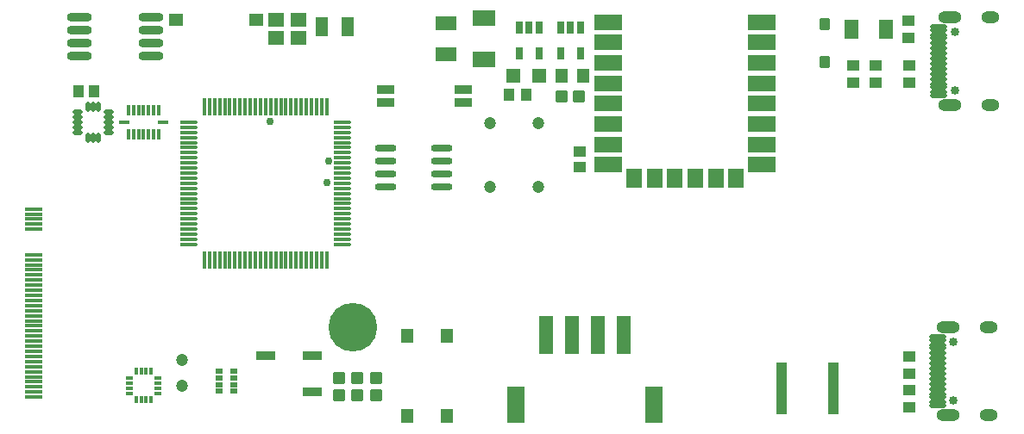
<source format=gts>
G04*
G04 #@! TF.GenerationSoftware,Altium Limited,Altium Designer,20.0.13 (296)*
G04*
G04 Layer_Color=8388736*
%FSLAX25Y25*%
%MOIN*%
G70*
G01*
G75*
%ADD60C,0.04737*%
G04:AMPARAMS|DCode=61|XSize=48mil|YSize=48mil|CornerRadius=6mil|HoleSize=0mil|Usage=FLASHONLY|Rotation=270.000|XOffset=0mil|YOffset=0mil|HoleType=Round|Shape=RoundedRectangle|*
%AMROUNDEDRECTD61*
21,1,0.04800,0.03600,0,0,270.0*
21,1,0.03600,0.04800,0,0,270.0*
1,1,0.01200,-0.01800,-0.01800*
1,1,0.01200,-0.01800,0.01800*
1,1,0.01200,0.01800,0.01800*
1,1,0.01200,0.01800,-0.01800*
%
%ADD61ROUNDEDRECTD61*%
G04:AMPARAMS|DCode=62|XSize=48.5mil|YSize=48mil|CornerRadius=6mil|HoleSize=0mil|Usage=FLASHONLY|Rotation=270.000|XOffset=0mil|YOffset=0mil|HoleType=Round|Shape=RoundedRectangle|*
%AMROUNDEDRECTD62*
21,1,0.04850,0.03600,0,0,270.0*
21,1,0.03650,0.04800,0,0,270.0*
1,1,0.01200,-0.01800,-0.01825*
1,1,0.01200,-0.01800,0.01825*
1,1,0.01200,0.01800,0.01825*
1,1,0.01200,0.01800,-0.01825*
%
%ADD62ROUNDEDRECTD62*%
%ADD63R,0.04337X0.20085*%
%ADD64R,0.05800X0.07300*%
%ADD65R,0.10642X0.06312*%
%ADD66R,0.06312X0.07493*%
%ADD67R,0.04800X0.05800*%
%ADD68R,0.04658X0.04461*%
G04:AMPARAMS|DCode=69|XSize=48mil|YSize=48mil|CornerRadius=6mil|HoleSize=0mil|Usage=FLASHONLY|Rotation=0.000|XOffset=0mil|YOffset=0mil|HoleType=Round|Shape=RoundedRectangle|*
%AMROUNDEDRECTD69*
21,1,0.04800,0.03600,0,0,0.0*
21,1,0.03600,0.04800,0,0,0.0*
1,1,0.01200,0.01800,-0.01800*
1,1,0.01200,-0.01800,-0.01800*
1,1,0.01200,-0.01800,0.01800*
1,1,0.01200,0.01800,0.01800*
%
%ADD69ROUNDEDRECTD69*%
G04:AMPARAMS|DCode=70|XSize=48.5mil|YSize=48mil|CornerRadius=6mil|HoleSize=0mil|Usage=FLASHONLY|Rotation=0.000|XOffset=0mil|YOffset=0mil|HoleType=Round|Shape=RoundedRectangle|*
%AMROUNDEDRECTD70*
21,1,0.04850,0.03600,0,0,0.0*
21,1,0.03650,0.04800,0,0,0.0*
1,1,0.01200,0.01825,-0.01800*
1,1,0.01200,-0.01825,-0.01800*
1,1,0.01200,-0.01825,0.01800*
1,1,0.01200,0.01825,0.01800*
%
%ADD70ROUNDEDRECTD70*%
%ADD71R,0.04343X0.04737*%
%ADD72R,0.05800X0.05800*%
%ADD73R,0.09147X0.06312*%
%ADD74R,0.06800X0.03800*%
%ADD75R,0.04934X0.07493*%
%ADD76R,0.06312X0.05524*%
%ADD77R,0.04461X0.04658*%
%ADD78O,0.03950X0.01902*%
%ADD79O,0.01902X0.03950*%
%ADD80R,0.03950X0.01784*%
%ADD81R,0.01784X0.03950*%
%ADD82R,0.07093X0.01739*%
%ADD83R,0.03162X0.05131*%
%ADD84R,0.04737X0.04343*%
G04:AMPARAMS|DCode=85|XSize=39.5mil|YSize=47.37mil|CornerRadius=7.94mil|HoleSize=0mil|Usage=FLASHONLY|Rotation=0.000|XOffset=0mil|YOffset=0mil|HoleType=Round|Shape=RoundedRectangle|*
%AMROUNDEDRECTD85*
21,1,0.03950,0.03150,0,0,0.0*
21,1,0.02362,0.04737,0,0,0.0*
1,1,0.01587,0.01181,-0.01575*
1,1,0.01587,-0.01181,-0.01575*
1,1,0.01587,-0.01181,0.01575*
1,1,0.01587,0.01181,0.01575*
%
%ADD85ROUNDEDRECTD85*%
G04:AMPARAMS|DCode=86|XSize=67.06mil|YSize=19.81mil|CornerRadius=6.95mil|HoleSize=0mil|Usage=FLASHONLY|Rotation=180.000|XOffset=0mil|YOffset=0mil|HoleType=Round|Shape=RoundedRectangle|*
%AMROUNDEDRECTD86*
21,1,0.06706,0.00591,0,0,180.0*
21,1,0.05315,0.01981,0,0,180.0*
1,1,0.01391,-0.02657,0.00295*
1,1,0.01391,0.02657,0.00295*
1,1,0.01391,0.02657,-0.00295*
1,1,0.01391,-0.02657,-0.00295*
%
%ADD86ROUNDEDRECTD86*%
%ADD87R,0.05524X0.14580*%
%ADD88R,0.06706X0.14186*%
%ADD89R,0.07887X0.05249*%
%ADD90R,0.03162X0.02375*%
%ADD91O,0.06699X0.01581*%
%ADD92O,0.01581X0.06699*%
%ADD93O,0.09658X0.03280*%
%ADD94R,0.07493X0.03556*%
%ADD95R,0.05800X0.04800*%
%ADD96R,0.01581X0.02959*%
%ADD97R,0.02959X0.01581*%
%ADD98O,0.08414X0.02660*%
%ADD99C,0.18800*%
%ADD100O,0.09068X0.04737*%
%ADD101O,0.07099X0.04737*%
%ADD102C,0.03359*%
%ADD103C,0.03000*%
D60*
X62000Y17000D02*
D03*
Y7000D02*
D03*
X181028Y108644D02*
D03*
Y84144D02*
D03*
X199527Y84144D02*
D03*
X199527Y108644D02*
D03*
D61*
X122570Y3298D02*
D03*
X136767D02*
D03*
X129667D02*
D03*
D62*
X122570Y9991D02*
D03*
X136767Y9991D02*
D03*
X129667Y9991D02*
D03*
D63*
X313528Y6144D02*
D03*
X293528D02*
D03*
D64*
X334028Y145144D02*
D03*
X320528D02*
D03*
D65*
X226574Y147766D02*
D03*
Y139892D02*
D03*
Y132018D02*
D03*
Y124144D02*
D03*
Y116270D02*
D03*
Y108396D02*
D03*
Y100522D02*
D03*
X226577Y92648D02*
D03*
X286023D02*
D03*
X286029Y100522D02*
D03*
X286034Y108396D02*
D03*
X286031Y116270D02*
D03*
X286028Y124144D02*
D03*
X286031Y132018D02*
D03*
X286030Y139892D02*
D03*
X286031Y147766D02*
D03*
D66*
X236619Y87525D02*
D03*
X244485Y87531D02*
D03*
X252354Y87529D02*
D03*
X260231D02*
D03*
X268102D02*
D03*
X275976Y87526D02*
D03*
D67*
X217028Y127144D02*
D03*
X208528D02*
D03*
X148948Y-4702D02*
D03*
Y26298D02*
D03*
X164178Y-4703D02*
D03*
Y26297D02*
D03*
D68*
X215528Y91644D02*
D03*
Y97707D02*
D03*
D69*
X215375Y119144D02*
D03*
D70*
X208682D02*
D03*
D71*
X188335Y119644D02*
D03*
X195028D02*
D03*
D72*
X200028Y127144D02*
D03*
X190028D02*
D03*
D73*
X178460Y133400D02*
D03*
Y149368D02*
D03*
D74*
X140528Y116644D02*
D03*
X170528D02*
D03*
Y121644D02*
D03*
X140528D02*
D03*
D75*
X126048Y146144D02*
D03*
X116008D02*
D03*
D76*
X98197Y141699D02*
D03*
X106859D02*
D03*
Y148589D02*
D03*
X98197D02*
D03*
D77*
X28059Y121144D02*
D03*
X21996D02*
D03*
D78*
X33599Y105105D02*
D03*
Y107074D02*
D03*
Y109042D02*
D03*
Y111011D02*
D03*
Y112979D02*
D03*
X21395D02*
D03*
Y111011D02*
D03*
Y109042D02*
D03*
Y107074D02*
D03*
Y105105D02*
D03*
D79*
X29465Y115144D02*
D03*
X27497D02*
D03*
X25528D02*
D03*
Y102940D02*
D03*
X27497D02*
D03*
X29465D02*
D03*
D80*
X39489Y109144D02*
D03*
X54567D02*
D03*
D81*
X41131Y104420D02*
D03*
X43099D02*
D03*
X45068D02*
D03*
X47036D02*
D03*
X49005D02*
D03*
X50973D02*
D03*
X52942D02*
D03*
Y113868D02*
D03*
X50973D02*
D03*
X49005D02*
D03*
X47036D02*
D03*
X45068D02*
D03*
X43099D02*
D03*
X41131D02*
D03*
D82*
X4527Y2677D02*
D03*
X4528Y4647D02*
D03*
Y6617D02*
D03*
Y8585D02*
D03*
Y10554D02*
D03*
Y12522D02*
D03*
Y14491D02*
D03*
Y16459D02*
D03*
Y18428D02*
D03*
Y20396D02*
D03*
Y22365D02*
D03*
Y24333D02*
D03*
Y26302D02*
D03*
Y28270D02*
D03*
Y30239D02*
D03*
Y32207D02*
D03*
Y34176D02*
D03*
Y36144D02*
D03*
Y38113D02*
D03*
Y40081D02*
D03*
Y42050D02*
D03*
Y44018D02*
D03*
Y45987D02*
D03*
Y47955D02*
D03*
Y49924D02*
D03*
Y51892D02*
D03*
Y53861D02*
D03*
Y55829D02*
D03*
Y57798D02*
D03*
Y67640D02*
D03*
Y69609D02*
D03*
Y71577D02*
D03*
Y73546D02*
D03*
Y75514D02*
D03*
D83*
X192264Y145858D02*
D03*
X196004D02*
D03*
X199744D02*
D03*
Y135622D02*
D03*
X192264D02*
D03*
X208264D02*
D03*
X215744D02*
D03*
Y145858D02*
D03*
X212004D02*
D03*
X208264D02*
D03*
D84*
X342527Y141798D02*
D03*
Y148491D02*
D03*
X321116Y130990D02*
D03*
Y124297D02*
D03*
X330029Y130990D02*
D03*
Y124297D02*
D03*
X342885D02*
D03*
Y130990D02*
D03*
X343029Y18490D02*
D03*
Y11797D02*
D03*
X343029Y5490D02*
D03*
Y-1203D02*
D03*
D85*
X310237Y146943D02*
D03*
Y132376D02*
D03*
D86*
X353831Y-467D02*
D03*
Y714D02*
D03*
Y2682D02*
D03*
Y3863D02*
D03*
Y5832D02*
D03*
Y7800D02*
D03*
Y9769D02*
D03*
Y11737D02*
D03*
Y13706D02*
D03*
Y15674D02*
D03*
Y17643D02*
D03*
Y19611D02*
D03*
Y21580D02*
D03*
Y22761D02*
D03*
Y24730D02*
D03*
Y25911D02*
D03*
X354331Y119533D02*
D03*
Y120714D02*
D03*
Y122682D02*
D03*
Y123863D02*
D03*
Y125832D02*
D03*
Y127800D02*
D03*
Y129769D02*
D03*
Y131737D02*
D03*
Y133706D02*
D03*
Y135674D02*
D03*
Y137643D02*
D03*
Y139611D02*
D03*
Y141580D02*
D03*
Y142761D02*
D03*
Y144730D02*
D03*
Y145911D02*
D03*
D87*
X202528Y26644D02*
D03*
X212528D02*
D03*
X222449D02*
D03*
X232528D02*
D03*
D88*
X190914Y-128D02*
D03*
X244142D02*
D03*
D89*
X163867Y147282D02*
D03*
Y135549D02*
D03*
D90*
X76134Y4988D02*
D03*
Y7548D02*
D03*
Y10106D02*
D03*
Y12666D02*
D03*
X81842Y4988D02*
D03*
Y7548D02*
D03*
Y10106D02*
D03*
Y12666D02*
D03*
D91*
X123878Y61835D02*
D03*
X64430Y109079D02*
D03*
Y107111D02*
D03*
Y105142D02*
D03*
Y103174D02*
D03*
Y101205D02*
D03*
Y99237D02*
D03*
Y97268D02*
D03*
Y95300D02*
D03*
Y93331D02*
D03*
Y91363D02*
D03*
Y89394D02*
D03*
Y87425D02*
D03*
Y85457D02*
D03*
Y83488D02*
D03*
Y81520D02*
D03*
Y79551D02*
D03*
Y77583D02*
D03*
Y75614D02*
D03*
Y73646D02*
D03*
Y71677D02*
D03*
Y69709D02*
D03*
Y67740D02*
D03*
Y65772D02*
D03*
Y63803D02*
D03*
Y61835D02*
D03*
X123878Y63803D02*
D03*
Y65772D02*
D03*
Y67740D02*
D03*
Y69709D02*
D03*
Y71677D02*
D03*
Y73646D02*
D03*
Y75614D02*
D03*
Y77583D02*
D03*
Y79551D02*
D03*
Y81520D02*
D03*
Y83488D02*
D03*
Y85457D02*
D03*
Y87425D02*
D03*
Y89394D02*
D03*
Y91363D02*
D03*
Y93331D02*
D03*
Y95300D02*
D03*
Y97268D02*
D03*
Y99237D02*
D03*
Y101205D02*
D03*
Y103174D02*
D03*
Y105142D02*
D03*
Y107111D02*
D03*
Y109079D02*
D03*
D92*
X117776Y115181D02*
D03*
X115808D02*
D03*
X113839D02*
D03*
X111871D02*
D03*
X109902D02*
D03*
X107934D02*
D03*
X105965D02*
D03*
X103997D02*
D03*
X102028D02*
D03*
X100060D02*
D03*
X98091D02*
D03*
X96122D02*
D03*
X94154D02*
D03*
X92185D02*
D03*
X90217D02*
D03*
X88248D02*
D03*
X86280D02*
D03*
X84311D02*
D03*
X82343D02*
D03*
X80374D02*
D03*
X78406D02*
D03*
X76437D02*
D03*
X74469D02*
D03*
X72500D02*
D03*
X70532D02*
D03*
Y55733D02*
D03*
X72500D02*
D03*
X74469D02*
D03*
X76437D02*
D03*
X78406D02*
D03*
X80374D02*
D03*
X82343D02*
D03*
X84311D02*
D03*
X86280D02*
D03*
X88248D02*
D03*
X90217D02*
D03*
X92185D02*
D03*
X94154D02*
D03*
X96122D02*
D03*
X98091D02*
D03*
X100060D02*
D03*
X102028D02*
D03*
X103997D02*
D03*
X105965D02*
D03*
X107934D02*
D03*
X109902D02*
D03*
X111871D02*
D03*
X113839D02*
D03*
X115808D02*
D03*
X117776D02*
D03*
D93*
X50028Y134644D02*
D03*
Y139644D02*
D03*
Y144644D02*
D03*
Y149644D02*
D03*
X22232Y134644D02*
D03*
Y139644D02*
D03*
Y144644D02*
D03*
Y149644D02*
D03*
D94*
X94068Y18644D02*
D03*
X112178D02*
D03*
Y4865D02*
D03*
D95*
X90528Y148644D02*
D03*
X59528D02*
D03*
D96*
X50020Y12668D02*
D03*
X48052D02*
D03*
X46083D02*
D03*
X44115D02*
D03*
X44121Y1644D02*
D03*
X46089D02*
D03*
X48058D02*
D03*
X50028D02*
D03*
D97*
X41561Y10101D02*
D03*
Y8133D02*
D03*
Y6164D02*
D03*
Y4196D02*
D03*
X52585D02*
D03*
Y6164D02*
D03*
Y8133D02*
D03*
Y10101D02*
D03*
D98*
X162329Y84142D02*
D03*
Y89142D02*
D03*
Y94142D02*
D03*
Y99142D02*
D03*
X140535Y84142D02*
D03*
Y89142D02*
D03*
Y94142D02*
D03*
Y99142D02*
D03*
D99*
X128028Y29644D02*
D03*
D100*
X357926Y-4306D02*
D03*
Y29749D02*
D03*
X358426Y115694D02*
D03*
Y149749D02*
D03*
D101*
X373674Y-4306D02*
D03*
Y29749D02*
D03*
X374174Y115694D02*
D03*
Y149749D02*
D03*
D102*
X359894Y24100D02*
D03*
Y1344D02*
D03*
X360394Y144100D02*
D03*
Y121344D02*
D03*
D103*
X96000Y109500D02*
D03*
X118528Y94144D02*
D03*
X118028Y85644D02*
D03*
M02*

</source>
